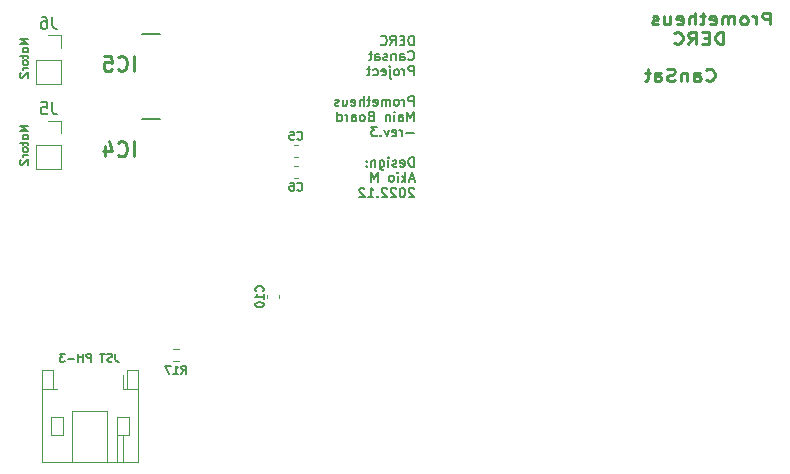
<source format=gbo>
%TF.GenerationSoftware,KiCad,Pcbnew,(6.0.4)*%
%TF.CreationDate,2022-12-06T01:10:28+09:00*%
%TF.ProjectId,prometheus-em,70726f6d-6574-4686-9575-732d656d2e6b,rev?*%
%TF.SameCoordinates,Original*%
%TF.FileFunction,Legend,Bot*%
%TF.FilePolarity,Positive*%
%FSLAX46Y46*%
G04 Gerber Fmt 4.6, Leading zero omitted, Abs format (unit mm)*
G04 Created by KiCad (PCBNEW (6.0.4)) date 2022-12-06 01:10:28*
%MOMM*%
%LPD*%
G01*
G04 APERTURE LIST*
%ADD10C,0.250000*%
%ADD11C,0.175000*%
%ADD12C,0.150000*%
%ADD13C,0.254000*%
%ADD14C,0.120000*%
%ADD15C,0.200000*%
G04 APERTURE END LIST*
D10*
X95171428Y-43357142D02*
X95228571Y-43404761D01*
X95400000Y-43452380D01*
X95514285Y-43452380D01*
X95685714Y-43404761D01*
X95800000Y-43309523D01*
X95857142Y-43214285D01*
X95914285Y-43023809D01*
X95914285Y-42880952D01*
X95857142Y-42690476D01*
X95800000Y-42595238D01*
X95685714Y-42500000D01*
X95514285Y-42452380D01*
X95400000Y-42452380D01*
X95228571Y-42500000D01*
X95171428Y-42547619D01*
X94142857Y-43452380D02*
X94142857Y-42928571D01*
X94200000Y-42833333D01*
X94314285Y-42785714D01*
X94542857Y-42785714D01*
X94657142Y-42833333D01*
X94142857Y-43404761D02*
X94257142Y-43452380D01*
X94542857Y-43452380D01*
X94657142Y-43404761D01*
X94714285Y-43309523D01*
X94714285Y-43214285D01*
X94657142Y-43119047D01*
X94542857Y-43071428D01*
X94257142Y-43071428D01*
X94142857Y-43023809D01*
X93571428Y-42785714D02*
X93571428Y-43452380D01*
X93571428Y-42880952D02*
X93514285Y-42833333D01*
X93400000Y-42785714D01*
X93228571Y-42785714D01*
X93114285Y-42833333D01*
X93057142Y-42928571D01*
X93057142Y-43452380D01*
X92542857Y-43404761D02*
X92371428Y-43452380D01*
X92085714Y-43452380D01*
X91971428Y-43404761D01*
X91914285Y-43357142D01*
X91857142Y-43261904D01*
X91857142Y-43166666D01*
X91914285Y-43071428D01*
X91971428Y-43023809D01*
X92085714Y-42976190D01*
X92314285Y-42928571D01*
X92428571Y-42880952D01*
X92485714Y-42833333D01*
X92542857Y-42738095D01*
X92542857Y-42642857D01*
X92485714Y-42547619D01*
X92428571Y-42500000D01*
X92314285Y-42452380D01*
X92028571Y-42452380D01*
X91857142Y-42500000D01*
X90828571Y-43452380D02*
X90828571Y-42928571D01*
X90885714Y-42833333D01*
X91000000Y-42785714D01*
X91228571Y-42785714D01*
X91342857Y-42833333D01*
X90828571Y-43404761D02*
X90942857Y-43452380D01*
X91228571Y-43452380D01*
X91342857Y-43404761D01*
X91400000Y-43309523D01*
X91400000Y-43214285D01*
X91342857Y-43119047D01*
X91228571Y-43071428D01*
X90942857Y-43071428D01*
X90828571Y-43023809D01*
X90428571Y-42785714D02*
X89971428Y-42785714D01*
X90257142Y-42452380D02*
X90257142Y-43309523D01*
X90200000Y-43404761D01*
X90085714Y-43452380D01*
X89971428Y-43452380D01*
D11*
X37781666Y-47278333D02*
X37081666Y-47278333D01*
X37581666Y-47511666D01*
X37081666Y-47745000D01*
X37781666Y-47745000D01*
X37781666Y-48178333D02*
X37748333Y-48111666D01*
X37715000Y-48078333D01*
X37648333Y-48045000D01*
X37448333Y-48045000D01*
X37381666Y-48078333D01*
X37348333Y-48111666D01*
X37315000Y-48178333D01*
X37315000Y-48278333D01*
X37348333Y-48345000D01*
X37381666Y-48378333D01*
X37448333Y-48411666D01*
X37648333Y-48411666D01*
X37715000Y-48378333D01*
X37748333Y-48345000D01*
X37781666Y-48278333D01*
X37781666Y-48178333D01*
X37315000Y-48611666D02*
X37315000Y-48878333D01*
X37081666Y-48711666D02*
X37681666Y-48711666D01*
X37748333Y-48745000D01*
X37781666Y-48811666D01*
X37781666Y-48878333D01*
X37781666Y-49211666D02*
X37748333Y-49145000D01*
X37715000Y-49111666D01*
X37648333Y-49078333D01*
X37448333Y-49078333D01*
X37381666Y-49111666D01*
X37348333Y-49145000D01*
X37315000Y-49211666D01*
X37315000Y-49311666D01*
X37348333Y-49378333D01*
X37381666Y-49411666D01*
X37448333Y-49445000D01*
X37648333Y-49445000D01*
X37715000Y-49411666D01*
X37748333Y-49378333D01*
X37781666Y-49311666D01*
X37781666Y-49211666D01*
X37781666Y-49745000D02*
X37315000Y-49745000D01*
X37448333Y-49745000D02*
X37381666Y-49778333D01*
X37348333Y-49811666D01*
X37315000Y-49878333D01*
X37315000Y-49945000D01*
X37148333Y-50145000D02*
X37115000Y-50178333D01*
X37081666Y-50245000D01*
X37081666Y-50411666D01*
X37115000Y-50478333D01*
X37148333Y-50511666D01*
X37215000Y-50545000D01*
X37281666Y-50545000D01*
X37381666Y-50511666D01*
X37781666Y-50111666D01*
X37781666Y-50545000D01*
D12*
X70412023Y-40421904D02*
X70412023Y-39621904D01*
X70221547Y-39621904D01*
X70107261Y-39660000D01*
X70031071Y-39736190D01*
X69992976Y-39812380D01*
X69954880Y-39964761D01*
X69954880Y-40079047D01*
X69992976Y-40231428D01*
X70031071Y-40307619D01*
X70107261Y-40383809D01*
X70221547Y-40421904D01*
X70412023Y-40421904D01*
X69612023Y-40002857D02*
X69345357Y-40002857D01*
X69231071Y-40421904D02*
X69612023Y-40421904D01*
X69612023Y-39621904D01*
X69231071Y-39621904D01*
X68431071Y-40421904D02*
X68697738Y-40040952D01*
X68888214Y-40421904D02*
X68888214Y-39621904D01*
X68583452Y-39621904D01*
X68507261Y-39660000D01*
X68469166Y-39698095D01*
X68431071Y-39774285D01*
X68431071Y-39888571D01*
X68469166Y-39964761D01*
X68507261Y-40002857D01*
X68583452Y-40040952D01*
X68888214Y-40040952D01*
X67631071Y-40345714D02*
X67669166Y-40383809D01*
X67783452Y-40421904D01*
X67859642Y-40421904D01*
X67973928Y-40383809D01*
X68050119Y-40307619D01*
X68088214Y-40231428D01*
X68126309Y-40079047D01*
X68126309Y-39964761D01*
X68088214Y-39812380D01*
X68050119Y-39736190D01*
X67973928Y-39660000D01*
X67859642Y-39621904D01*
X67783452Y-39621904D01*
X67669166Y-39660000D01*
X67631071Y-39698095D01*
X69954880Y-41633714D02*
X69992976Y-41671809D01*
X70107261Y-41709904D01*
X70183452Y-41709904D01*
X70297738Y-41671809D01*
X70373928Y-41595619D01*
X70412023Y-41519428D01*
X70450119Y-41367047D01*
X70450119Y-41252761D01*
X70412023Y-41100380D01*
X70373928Y-41024190D01*
X70297738Y-40948000D01*
X70183452Y-40909904D01*
X70107261Y-40909904D01*
X69992976Y-40948000D01*
X69954880Y-40986095D01*
X69269166Y-41709904D02*
X69269166Y-41290857D01*
X69307261Y-41214666D01*
X69383452Y-41176571D01*
X69535833Y-41176571D01*
X69612023Y-41214666D01*
X69269166Y-41671809D02*
X69345357Y-41709904D01*
X69535833Y-41709904D01*
X69612023Y-41671809D01*
X69650119Y-41595619D01*
X69650119Y-41519428D01*
X69612023Y-41443238D01*
X69535833Y-41405142D01*
X69345357Y-41405142D01*
X69269166Y-41367047D01*
X68888214Y-41176571D02*
X68888214Y-41709904D01*
X68888214Y-41252761D02*
X68850119Y-41214666D01*
X68773928Y-41176571D01*
X68659642Y-41176571D01*
X68583452Y-41214666D01*
X68545357Y-41290857D01*
X68545357Y-41709904D01*
X68202500Y-41671809D02*
X68126309Y-41709904D01*
X67973928Y-41709904D01*
X67897738Y-41671809D01*
X67859642Y-41595619D01*
X67859642Y-41557523D01*
X67897738Y-41481333D01*
X67973928Y-41443238D01*
X68088214Y-41443238D01*
X68164404Y-41405142D01*
X68202500Y-41328952D01*
X68202500Y-41290857D01*
X68164404Y-41214666D01*
X68088214Y-41176571D01*
X67973928Y-41176571D01*
X67897738Y-41214666D01*
X67173928Y-41709904D02*
X67173928Y-41290857D01*
X67212023Y-41214666D01*
X67288214Y-41176571D01*
X67440595Y-41176571D01*
X67516785Y-41214666D01*
X67173928Y-41671809D02*
X67250119Y-41709904D01*
X67440595Y-41709904D01*
X67516785Y-41671809D01*
X67554880Y-41595619D01*
X67554880Y-41519428D01*
X67516785Y-41443238D01*
X67440595Y-41405142D01*
X67250119Y-41405142D01*
X67173928Y-41367047D01*
X66907261Y-41176571D02*
X66602500Y-41176571D01*
X66792976Y-40909904D02*
X66792976Y-41595619D01*
X66754880Y-41671809D01*
X66678690Y-41709904D01*
X66602500Y-41709904D01*
X70412023Y-42997904D02*
X70412023Y-42197904D01*
X70107261Y-42197904D01*
X70031071Y-42236000D01*
X69992976Y-42274095D01*
X69954880Y-42350285D01*
X69954880Y-42464571D01*
X69992976Y-42540761D01*
X70031071Y-42578857D01*
X70107261Y-42616952D01*
X70412023Y-42616952D01*
X69612023Y-42997904D02*
X69612023Y-42464571D01*
X69612023Y-42616952D02*
X69573928Y-42540761D01*
X69535833Y-42502666D01*
X69459642Y-42464571D01*
X69383452Y-42464571D01*
X69002500Y-42997904D02*
X69078690Y-42959809D01*
X69116785Y-42921714D01*
X69154880Y-42845523D01*
X69154880Y-42616952D01*
X69116785Y-42540761D01*
X69078690Y-42502666D01*
X69002500Y-42464571D01*
X68888214Y-42464571D01*
X68812023Y-42502666D01*
X68773928Y-42540761D01*
X68735833Y-42616952D01*
X68735833Y-42845523D01*
X68773928Y-42921714D01*
X68812023Y-42959809D01*
X68888214Y-42997904D01*
X69002500Y-42997904D01*
X68392976Y-42464571D02*
X68392976Y-43150285D01*
X68431071Y-43226476D01*
X68507261Y-43264571D01*
X68545357Y-43264571D01*
X68392976Y-42197904D02*
X68431071Y-42236000D01*
X68392976Y-42274095D01*
X68354880Y-42236000D01*
X68392976Y-42197904D01*
X68392976Y-42274095D01*
X67707261Y-42959809D02*
X67783452Y-42997904D01*
X67935833Y-42997904D01*
X68012023Y-42959809D01*
X68050119Y-42883619D01*
X68050119Y-42578857D01*
X68012023Y-42502666D01*
X67935833Y-42464571D01*
X67783452Y-42464571D01*
X67707261Y-42502666D01*
X67669166Y-42578857D01*
X67669166Y-42655047D01*
X68050119Y-42731238D01*
X66983452Y-42959809D02*
X67059642Y-42997904D01*
X67212023Y-42997904D01*
X67288214Y-42959809D01*
X67326309Y-42921714D01*
X67364404Y-42845523D01*
X67364404Y-42616952D01*
X67326309Y-42540761D01*
X67288214Y-42502666D01*
X67212023Y-42464571D01*
X67059642Y-42464571D01*
X66983452Y-42502666D01*
X66754880Y-42464571D02*
X66450119Y-42464571D01*
X66640595Y-42197904D02*
X66640595Y-42883619D01*
X66602500Y-42959809D01*
X66526309Y-42997904D01*
X66450119Y-42997904D01*
X70412023Y-45573904D02*
X70412023Y-44773904D01*
X70107261Y-44773904D01*
X70031071Y-44812000D01*
X69992976Y-44850095D01*
X69954880Y-44926285D01*
X69954880Y-45040571D01*
X69992976Y-45116761D01*
X70031071Y-45154857D01*
X70107261Y-45192952D01*
X70412023Y-45192952D01*
X69612023Y-45573904D02*
X69612023Y-45040571D01*
X69612023Y-45192952D02*
X69573928Y-45116761D01*
X69535833Y-45078666D01*
X69459642Y-45040571D01*
X69383452Y-45040571D01*
X69002500Y-45573904D02*
X69078690Y-45535809D01*
X69116785Y-45497714D01*
X69154880Y-45421523D01*
X69154880Y-45192952D01*
X69116785Y-45116761D01*
X69078690Y-45078666D01*
X69002500Y-45040571D01*
X68888214Y-45040571D01*
X68812023Y-45078666D01*
X68773928Y-45116761D01*
X68735833Y-45192952D01*
X68735833Y-45421523D01*
X68773928Y-45497714D01*
X68812023Y-45535809D01*
X68888214Y-45573904D01*
X69002500Y-45573904D01*
X68392976Y-45573904D02*
X68392976Y-45040571D01*
X68392976Y-45116761D02*
X68354880Y-45078666D01*
X68278690Y-45040571D01*
X68164404Y-45040571D01*
X68088214Y-45078666D01*
X68050119Y-45154857D01*
X68050119Y-45573904D01*
X68050119Y-45154857D02*
X68012023Y-45078666D01*
X67935833Y-45040571D01*
X67821547Y-45040571D01*
X67745357Y-45078666D01*
X67707261Y-45154857D01*
X67707261Y-45573904D01*
X67021547Y-45535809D02*
X67097738Y-45573904D01*
X67250119Y-45573904D01*
X67326309Y-45535809D01*
X67364404Y-45459619D01*
X67364404Y-45154857D01*
X67326309Y-45078666D01*
X67250119Y-45040571D01*
X67097738Y-45040571D01*
X67021547Y-45078666D01*
X66983452Y-45154857D01*
X66983452Y-45231047D01*
X67364404Y-45307238D01*
X66754880Y-45040571D02*
X66450119Y-45040571D01*
X66640595Y-44773904D02*
X66640595Y-45459619D01*
X66602500Y-45535809D01*
X66526309Y-45573904D01*
X66450119Y-45573904D01*
X66183452Y-45573904D02*
X66183452Y-44773904D01*
X65840595Y-45573904D02*
X65840595Y-45154857D01*
X65878690Y-45078666D01*
X65954880Y-45040571D01*
X66069166Y-45040571D01*
X66145357Y-45078666D01*
X66183452Y-45116761D01*
X65154880Y-45535809D02*
X65231071Y-45573904D01*
X65383452Y-45573904D01*
X65459642Y-45535809D01*
X65497738Y-45459619D01*
X65497738Y-45154857D01*
X65459642Y-45078666D01*
X65383452Y-45040571D01*
X65231071Y-45040571D01*
X65154880Y-45078666D01*
X65116785Y-45154857D01*
X65116785Y-45231047D01*
X65497738Y-45307238D01*
X64431071Y-45040571D02*
X64431071Y-45573904D01*
X64773928Y-45040571D02*
X64773928Y-45459619D01*
X64735833Y-45535809D01*
X64659642Y-45573904D01*
X64545357Y-45573904D01*
X64469166Y-45535809D01*
X64431071Y-45497714D01*
X64088214Y-45535809D02*
X64012023Y-45573904D01*
X63859642Y-45573904D01*
X63783452Y-45535809D01*
X63745357Y-45459619D01*
X63745357Y-45421523D01*
X63783452Y-45345333D01*
X63859642Y-45307238D01*
X63973928Y-45307238D01*
X64050119Y-45269142D01*
X64088214Y-45192952D01*
X64088214Y-45154857D01*
X64050119Y-45078666D01*
X63973928Y-45040571D01*
X63859642Y-45040571D01*
X63783452Y-45078666D01*
X70412023Y-46861904D02*
X70412023Y-46061904D01*
X70145357Y-46633333D01*
X69878690Y-46061904D01*
X69878690Y-46861904D01*
X69154880Y-46861904D02*
X69154880Y-46442857D01*
X69192976Y-46366666D01*
X69269166Y-46328571D01*
X69421547Y-46328571D01*
X69497738Y-46366666D01*
X69154880Y-46823809D02*
X69231071Y-46861904D01*
X69421547Y-46861904D01*
X69497738Y-46823809D01*
X69535833Y-46747619D01*
X69535833Y-46671428D01*
X69497738Y-46595238D01*
X69421547Y-46557142D01*
X69231071Y-46557142D01*
X69154880Y-46519047D01*
X68773928Y-46861904D02*
X68773928Y-46328571D01*
X68773928Y-46061904D02*
X68812023Y-46100000D01*
X68773928Y-46138095D01*
X68735833Y-46100000D01*
X68773928Y-46061904D01*
X68773928Y-46138095D01*
X68392976Y-46328571D02*
X68392976Y-46861904D01*
X68392976Y-46404761D02*
X68354880Y-46366666D01*
X68278690Y-46328571D01*
X68164404Y-46328571D01*
X68088214Y-46366666D01*
X68050119Y-46442857D01*
X68050119Y-46861904D01*
X66792976Y-46442857D02*
X66678690Y-46480952D01*
X66640595Y-46519047D01*
X66602500Y-46595238D01*
X66602500Y-46709523D01*
X66640595Y-46785714D01*
X66678690Y-46823809D01*
X66754880Y-46861904D01*
X67059642Y-46861904D01*
X67059642Y-46061904D01*
X66792976Y-46061904D01*
X66716785Y-46100000D01*
X66678690Y-46138095D01*
X66640595Y-46214285D01*
X66640595Y-46290476D01*
X66678690Y-46366666D01*
X66716785Y-46404761D01*
X66792976Y-46442857D01*
X67059642Y-46442857D01*
X66145357Y-46861904D02*
X66221547Y-46823809D01*
X66259642Y-46785714D01*
X66297738Y-46709523D01*
X66297738Y-46480952D01*
X66259642Y-46404761D01*
X66221547Y-46366666D01*
X66145357Y-46328571D01*
X66031071Y-46328571D01*
X65954880Y-46366666D01*
X65916785Y-46404761D01*
X65878690Y-46480952D01*
X65878690Y-46709523D01*
X65916785Y-46785714D01*
X65954880Y-46823809D01*
X66031071Y-46861904D01*
X66145357Y-46861904D01*
X65192976Y-46861904D02*
X65192976Y-46442857D01*
X65231071Y-46366666D01*
X65307261Y-46328571D01*
X65459642Y-46328571D01*
X65535833Y-46366666D01*
X65192976Y-46823809D02*
X65269166Y-46861904D01*
X65459642Y-46861904D01*
X65535833Y-46823809D01*
X65573928Y-46747619D01*
X65573928Y-46671428D01*
X65535833Y-46595238D01*
X65459642Y-46557142D01*
X65269166Y-46557142D01*
X65192976Y-46519047D01*
X64812023Y-46861904D02*
X64812023Y-46328571D01*
X64812023Y-46480952D02*
X64773928Y-46404761D01*
X64735833Y-46366666D01*
X64659642Y-46328571D01*
X64583452Y-46328571D01*
X63973928Y-46861904D02*
X63973928Y-46061904D01*
X63973928Y-46823809D02*
X64050119Y-46861904D01*
X64202500Y-46861904D01*
X64278690Y-46823809D01*
X64316785Y-46785714D01*
X64354880Y-46709523D01*
X64354880Y-46480952D01*
X64316785Y-46404761D01*
X64278690Y-46366666D01*
X64202500Y-46328571D01*
X64050119Y-46328571D01*
X63973928Y-46366666D01*
X70412023Y-47845142D02*
X69802500Y-47845142D01*
X69421547Y-48149904D02*
X69421547Y-47616571D01*
X69421547Y-47768952D02*
X69383452Y-47692761D01*
X69345357Y-47654666D01*
X69269166Y-47616571D01*
X69192976Y-47616571D01*
X68621547Y-48111809D02*
X68697738Y-48149904D01*
X68850119Y-48149904D01*
X68926309Y-48111809D01*
X68964404Y-48035619D01*
X68964404Y-47730857D01*
X68926309Y-47654666D01*
X68850119Y-47616571D01*
X68697738Y-47616571D01*
X68621547Y-47654666D01*
X68583452Y-47730857D01*
X68583452Y-47807047D01*
X68964404Y-47883238D01*
X68316785Y-47616571D02*
X68126309Y-48149904D01*
X67935833Y-47616571D01*
X67631071Y-48073714D02*
X67592976Y-48111809D01*
X67631071Y-48149904D01*
X67669166Y-48111809D01*
X67631071Y-48073714D01*
X67631071Y-48149904D01*
X67326309Y-47349904D02*
X66831071Y-47349904D01*
X67097738Y-47654666D01*
X66983452Y-47654666D01*
X66907261Y-47692761D01*
X66869166Y-47730857D01*
X66831071Y-47807047D01*
X66831071Y-47997523D01*
X66869166Y-48073714D01*
X66907261Y-48111809D01*
X66983452Y-48149904D01*
X67212023Y-48149904D01*
X67288214Y-48111809D01*
X67326309Y-48073714D01*
X70412023Y-50725904D02*
X70412023Y-49925904D01*
X70221547Y-49925904D01*
X70107261Y-49964000D01*
X70031071Y-50040190D01*
X69992976Y-50116380D01*
X69954880Y-50268761D01*
X69954880Y-50383047D01*
X69992976Y-50535428D01*
X70031071Y-50611619D01*
X70107261Y-50687809D01*
X70221547Y-50725904D01*
X70412023Y-50725904D01*
X69307261Y-50687809D02*
X69383452Y-50725904D01*
X69535833Y-50725904D01*
X69612023Y-50687809D01*
X69650119Y-50611619D01*
X69650119Y-50306857D01*
X69612023Y-50230666D01*
X69535833Y-50192571D01*
X69383452Y-50192571D01*
X69307261Y-50230666D01*
X69269166Y-50306857D01*
X69269166Y-50383047D01*
X69650119Y-50459238D01*
X68964404Y-50687809D02*
X68888214Y-50725904D01*
X68735833Y-50725904D01*
X68659642Y-50687809D01*
X68621547Y-50611619D01*
X68621547Y-50573523D01*
X68659642Y-50497333D01*
X68735833Y-50459238D01*
X68850119Y-50459238D01*
X68926309Y-50421142D01*
X68964404Y-50344952D01*
X68964404Y-50306857D01*
X68926309Y-50230666D01*
X68850119Y-50192571D01*
X68735833Y-50192571D01*
X68659642Y-50230666D01*
X68278690Y-50725904D02*
X68278690Y-50192571D01*
X68278690Y-49925904D02*
X68316785Y-49964000D01*
X68278690Y-50002095D01*
X68240595Y-49964000D01*
X68278690Y-49925904D01*
X68278690Y-50002095D01*
X67554880Y-50192571D02*
X67554880Y-50840190D01*
X67592976Y-50916380D01*
X67631071Y-50954476D01*
X67707261Y-50992571D01*
X67821547Y-50992571D01*
X67897738Y-50954476D01*
X67554880Y-50687809D02*
X67631071Y-50725904D01*
X67783452Y-50725904D01*
X67859642Y-50687809D01*
X67897738Y-50649714D01*
X67935833Y-50573523D01*
X67935833Y-50344952D01*
X67897738Y-50268761D01*
X67859642Y-50230666D01*
X67783452Y-50192571D01*
X67631071Y-50192571D01*
X67554880Y-50230666D01*
X67173928Y-50192571D02*
X67173928Y-50725904D01*
X67173928Y-50268761D02*
X67135833Y-50230666D01*
X67059642Y-50192571D01*
X66945357Y-50192571D01*
X66869166Y-50230666D01*
X66831071Y-50306857D01*
X66831071Y-50725904D01*
X66450119Y-50649714D02*
X66412023Y-50687809D01*
X66450119Y-50725904D01*
X66488214Y-50687809D01*
X66450119Y-50649714D01*
X66450119Y-50725904D01*
X66450119Y-50230666D02*
X66412023Y-50268761D01*
X66450119Y-50306857D01*
X66488214Y-50268761D01*
X66450119Y-50230666D01*
X66450119Y-50306857D01*
X70450119Y-51785333D02*
X70069166Y-51785333D01*
X70526309Y-52013904D02*
X70259642Y-51213904D01*
X69992976Y-52013904D01*
X69726309Y-52013904D02*
X69726309Y-51213904D01*
X69650119Y-51709142D02*
X69421547Y-52013904D01*
X69421547Y-51480571D02*
X69726309Y-51785333D01*
X69078690Y-52013904D02*
X69078690Y-51480571D01*
X69078690Y-51213904D02*
X69116785Y-51252000D01*
X69078690Y-51290095D01*
X69040595Y-51252000D01*
X69078690Y-51213904D01*
X69078690Y-51290095D01*
X68583452Y-52013904D02*
X68659642Y-51975809D01*
X68697738Y-51937714D01*
X68735833Y-51861523D01*
X68735833Y-51632952D01*
X68697738Y-51556761D01*
X68659642Y-51518666D01*
X68583452Y-51480571D01*
X68469166Y-51480571D01*
X68392976Y-51518666D01*
X68354880Y-51556761D01*
X68316785Y-51632952D01*
X68316785Y-51861523D01*
X68354880Y-51937714D01*
X68392976Y-51975809D01*
X68469166Y-52013904D01*
X68583452Y-52013904D01*
X67364404Y-52013904D02*
X67364404Y-51213904D01*
X67097738Y-51785333D01*
X66831071Y-51213904D01*
X66831071Y-52013904D01*
X70450119Y-52578095D02*
X70412023Y-52540000D01*
X70335833Y-52501904D01*
X70145357Y-52501904D01*
X70069166Y-52540000D01*
X70031071Y-52578095D01*
X69992976Y-52654285D01*
X69992976Y-52730476D01*
X70031071Y-52844761D01*
X70488214Y-53301904D01*
X69992976Y-53301904D01*
X69497738Y-52501904D02*
X69421547Y-52501904D01*
X69345357Y-52540000D01*
X69307261Y-52578095D01*
X69269166Y-52654285D01*
X69231071Y-52806666D01*
X69231071Y-52997142D01*
X69269166Y-53149523D01*
X69307261Y-53225714D01*
X69345357Y-53263809D01*
X69421547Y-53301904D01*
X69497738Y-53301904D01*
X69573928Y-53263809D01*
X69612023Y-53225714D01*
X69650119Y-53149523D01*
X69688214Y-52997142D01*
X69688214Y-52806666D01*
X69650119Y-52654285D01*
X69612023Y-52578095D01*
X69573928Y-52540000D01*
X69497738Y-52501904D01*
X68926309Y-52578095D02*
X68888214Y-52540000D01*
X68812023Y-52501904D01*
X68621547Y-52501904D01*
X68545357Y-52540000D01*
X68507261Y-52578095D01*
X68469166Y-52654285D01*
X68469166Y-52730476D01*
X68507261Y-52844761D01*
X68964404Y-53301904D01*
X68469166Y-53301904D01*
X68164404Y-52578095D02*
X68126309Y-52540000D01*
X68050119Y-52501904D01*
X67859642Y-52501904D01*
X67783452Y-52540000D01*
X67745357Y-52578095D01*
X67707261Y-52654285D01*
X67707261Y-52730476D01*
X67745357Y-52844761D01*
X68202500Y-53301904D01*
X67707261Y-53301904D01*
X67364404Y-53225714D02*
X67326309Y-53263809D01*
X67364404Y-53301904D01*
X67402500Y-53263809D01*
X67364404Y-53225714D01*
X67364404Y-53301904D01*
X66564404Y-53301904D02*
X67021547Y-53301904D01*
X66792976Y-53301904D02*
X66792976Y-52501904D01*
X66869166Y-52616190D01*
X66945357Y-52692380D01*
X67021547Y-52730476D01*
X66259642Y-52578095D02*
X66221547Y-52540000D01*
X66145357Y-52501904D01*
X65954880Y-52501904D01*
X65878690Y-52540000D01*
X65840595Y-52578095D01*
X65802500Y-52654285D01*
X65802500Y-52730476D01*
X65840595Y-52844761D01*
X66297738Y-53301904D01*
X65802500Y-53301904D01*
D10*
X100602428Y-38679380D02*
X100602428Y-37679380D01*
X100145285Y-37679380D01*
X100031000Y-37727000D01*
X99973857Y-37774619D01*
X99916714Y-37869857D01*
X99916714Y-38012714D01*
X99973857Y-38107952D01*
X100031000Y-38155571D01*
X100145285Y-38203190D01*
X100602428Y-38203190D01*
X99402428Y-38679380D02*
X99402428Y-38012714D01*
X99402428Y-38203190D02*
X99345285Y-38107952D01*
X99288142Y-38060333D01*
X99173857Y-38012714D01*
X99059571Y-38012714D01*
X98488142Y-38679380D02*
X98602428Y-38631761D01*
X98659571Y-38584142D01*
X98716714Y-38488904D01*
X98716714Y-38203190D01*
X98659571Y-38107952D01*
X98602428Y-38060333D01*
X98488142Y-38012714D01*
X98316714Y-38012714D01*
X98202428Y-38060333D01*
X98145285Y-38107952D01*
X98088142Y-38203190D01*
X98088142Y-38488904D01*
X98145285Y-38584142D01*
X98202428Y-38631761D01*
X98316714Y-38679380D01*
X98488142Y-38679380D01*
X97573857Y-38679380D02*
X97573857Y-38012714D01*
X97573857Y-38107952D02*
X97516714Y-38060333D01*
X97402428Y-38012714D01*
X97231000Y-38012714D01*
X97116714Y-38060333D01*
X97059571Y-38155571D01*
X97059571Y-38679380D01*
X97059571Y-38155571D02*
X97002428Y-38060333D01*
X96888142Y-38012714D01*
X96716714Y-38012714D01*
X96602428Y-38060333D01*
X96545285Y-38155571D01*
X96545285Y-38679380D01*
X95516714Y-38631761D02*
X95631000Y-38679380D01*
X95859571Y-38679380D01*
X95973857Y-38631761D01*
X96031000Y-38536523D01*
X96031000Y-38155571D01*
X95973857Y-38060333D01*
X95859571Y-38012714D01*
X95631000Y-38012714D01*
X95516714Y-38060333D01*
X95459571Y-38155571D01*
X95459571Y-38250809D01*
X96031000Y-38346047D01*
X95116714Y-38012714D02*
X94659571Y-38012714D01*
X94945285Y-37679380D02*
X94945285Y-38536523D01*
X94888142Y-38631761D01*
X94773857Y-38679380D01*
X94659571Y-38679380D01*
X94259571Y-38679380D02*
X94259571Y-37679380D01*
X93745285Y-38679380D02*
X93745285Y-38155571D01*
X93802428Y-38060333D01*
X93916714Y-38012714D01*
X94088142Y-38012714D01*
X94202428Y-38060333D01*
X94259571Y-38107952D01*
X92716714Y-38631761D02*
X92831000Y-38679380D01*
X93059571Y-38679380D01*
X93173857Y-38631761D01*
X93231000Y-38536523D01*
X93231000Y-38155571D01*
X93173857Y-38060333D01*
X93059571Y-38012714D01*
X92831000Y-38012714D01*
X92716714Y-38060333D01*
X92659571Y-38155571D01*
X92659571Y-38250809D01*
X93231000Y-38346047D01*
X91631000Y-38012714D02*
X91631000Y-38679380D01*
X92145285Y-38012714D02*
X92145285Y-38536523D01*
X92088142Y-38631761D01*
X91973857Y-38679380D01*
X91802428Y-38679380D01*
X91688142Y-38631761D01*
X91631000Y-38584142D01*
X91116714Y-38631761D02*
X91002428Y-38679380D01*
X90773857Y-38679380D01*
X90659571Y-38631761D01*
X90602428Y-38536523D01*
X90602428Y-38488904D01*
X90659571Y-38393666D01*
X90773857Y-38346047D01*
X90945285Y-38346047D01*
X91059571Y-38298428D01*
X91116714Y-38203190D01*
X91116714Y-38155571D01*
X91059571Y-38060333D01*
X90945285Y-38012714D01*
X90773857Y-38012714D01*
X90659571Y-38060333D01*
D12*
X45176000Y-66545666D02*
X45176000Y-67045666D01*
X45209333Y-67145666D01*
X45276000Y-67212333D01*
X45376000Y-67245666D01*
X45442666Y-67245666D01*
X44876000Y-67212333D02*
X44776000Y-67245666D01*
X44609333Y-67245666D01*
X44542666Y-67212333D01*
X44509333Y-67179000D01*
X44476000Y-67112333D01*
X44476000Y-67045666D01*
X44509333Y-66979000D01*
X44542666Y-66945666D01*
X44609333Y-66912333D01*
X44742666Y-66879000D01*
X44809333Y-66845666D01*
X44842666Y-66812333D01*
X44876000Y-66745666D01*
X44876000Y-66679000D01*
X44842666Y-66612333D01*
X44809333Y-66579000D01*
X44742666Y-66545666D01*
X44576000Y-66545666D01*
X44476000Y-66579000D01*
X44276000Y-66545666D02*
X43876000Y-66545666D01*
X44076000Y-67245666D02*
X44076000Y-66545666D01*
X43109333Y-67245666D02*
X43109333Y-66545666D01*
X42842666Y-66545666D01*
X42776000Y-66579000D01*
X42742666Y-66612333D01*
X42709333Y-66679000D01*
X42709333Y-66779000D01*
X42742666Y-66845666D01*
X42776000Y-66879000D01*
X42842666Y-66912333D01*
X43109333Y-66912333D01*
X42409333Y-67245666D02*
X42409333Y-66545666D01*
X42409333Y-66879000D02*
X42009333Y-66879000D01*
X42009333Y-67245666D02*
X42009333Y-66545666D01*
X41676000Y-66979000D02*
X41142666Y-66979000D01*
X40876000Y-66545666D02*
X40442666Y-66545666D01*
X40676000Y-66812333D01*
X40576000Y-66812333D01*
X40509333Y-66845666D01*
X40476000Y-66879000D01*
X40442666Y-66945666D01*
X40442666Y-67112333D01*
X40476000Y-67179000D01*
X40509333Y-67212333D01*
X40576000Y-67245666D01*
X40776000Y-67245666D01*
X40842666Y-67212333D01*
X40876000Y-67179000D01*
D10*
X96638142Y-40329380D02*
X96638142Y-39329380D01*
X96352428Y-39329380D01*
X96181000Y-39377000D01*
X96066714Y-39472238D01*
X96009571Y-39567476D01*
X95952428Y-39757952D01*
X95952428Y-39900809D01*
X96009571Y-40091285D01*
X96066714Y-40186523D01*
X96181000Y-40281761D01*
X96352428Y-40329380D01*
X96638142Y-40329380D01*
X95438142Y-39805571D02*
X95038142Y-39805571D01*
X94866714Y-40329380D02*
X95438142Y-40329380D01*
X95438142Y-39329380D01*
X94866714Y-39329380D01*
X93666714Y-40329380D02*
X94066714Y-39853190D01*
X94352428Y-40329380D02*
X94352428Y-39329380D01*
X93895285Y-39329380D01*
X93781000Y-39377000D01*
X93723857Y-39424619D01*
X93666714Y-39519857D01*
X93666714Y-39662714D01*
X93723857Y-39757952D01*
X93781000Y-39805571D01*
X93895285Y-39853190D01*
X94352428Y-39853190D01*
X92466714Y-40234142D02*
X92523857Y-40281761D01*
X92695285Y-40329380D01*
X92809571Y-40329380D01*
X92981000Y-40281761D01*
X93095285Y-40186523D01*
X93152428Y-40091285D01*
X93209571Y-39900809D01*
X93209571Y-39757952D01*
X93152428Y-39567476D01*
X93095285Y-39472238D01*
X92981000Y-39377000D01*
X92809571Y-39329380D01*
X92695285Y-39329380D01*
X92523857Y-39377000D01*
X92466714Y-39424619D01*
D11*
X37781666Y-39912333D02*
X37081666Y-39912333D01*
X37581666Y-40145666D01*
X37081666Y-40379000D01*
X37781666Y-40379000D01*
X37781666Y-40812333D02*
X37748333Y-40745666D01*
X37715000Y-40712333D01*
X37648333Y-40679000D01*
X37448333Y-40679000D01*
X37381666Y-40712333D01*
X37348333Y-40745666D01*
X37315000Y-40812333D01*
X37315000Y-40912333D01*
X37348333Y-40979000D01*
X37381666Y-41012333D01*
X37448333Y-41045666D01*
X37648333Y-41045666D01*
X37715000Y-41012333D01*
X37748333Y-40979000D01*
X37781666Y-40912333D01*
X37781666Y-40812333D01*
X37315000Y-41245666D02*
X37315000Y-41512333D01*
X37081666Y-41345666D02*
X37681666Y-41345666D01*
X37748333Y-41379000D01*
X37781666Y-41445666D01*
X37781666Y-41512333D01*
X37781666Y-41845666D02*
X37748333Y-41779000D01*
X37715000Y-41745666D01*
X37648333Y-41712333D01*
X37448333Y-41712333D01*
X37381666Y-41745666D01*
X37348333Y-41779000D01*
X37315000Y-41845666D01*
X37315000Y-41945666D01*
X37348333Y-42012333D01*
X37381666Y-42045666D01*
X37448333Y-42079000D01*
X37648333Y-42079000D01*
X37715000Y-42045666D01*
X37748333Y-42012333D01*
X37781666Y-41945666D01*
X37781666Y-41845666D01*
X37781666Y-42379000D02*
X37315000Y-42379000D01*
X37448333Y-42379000D02*
X37381666Y-42412333D01*
X37348333Y-42445666D01*
X37315000Y-42512333D01*
X37315000Y-42579000D01*
X37148333Y-42779000D02*
X37115000Y-42812333D01*
X37081666Y-42879000D01*
X37081666Y-43045666D01*
X37115000Y-43112333D01*
X37148333Y-43145666D01*
X37215000Y-43179000D01*
X37281666Y-43179000D01*
X37381666Y-43145666D01*
X37781666Y-42745666D01*
X37781666Y-43179000D01*
D12*
%TO.C,C10*%
X57654000Y-61272000D02*
X57687333Y-61238666D01*
X57720666Y-61138666D01*
X57720666Y-61072000D01*
X57687333Y-60972000D01*
X57620666Y-60905333D01*
X57554000Y-60872000D01*
X57420666Y-60838666D01*
X57320666Y-60838666D01*
X57187333Y-60872000D01*
X57120666Y-60905333D01*
X57054000Y-60972000D01*
X57020666Y-61072000D01*
X57020666Y-61138666D01*
X57054000Y-61238666D01*
X57087333Y-61272000D01*
X57720666Y-61938666D02*
X57720666Y-61538666D01*
X57720666Y-61738666D02*
X57020666Y-61738666D01*
X57120666Y-61672000D01*
X57187333Y-61605333D01*
X57220666Y-61538666D01*
X57020666Y-62372000D02*
X57020666Y-62438666D01*
X57054000Y-62505333D01*
X57087333Y-62538666D01*
X57154000Y-62572000D01*
X57287333Y-62605333D01*
X57454000Y-62605333D01*
X57587333Y-62572000D01*
X57654000Y-62538666D01*
X57687333Y-62505333D01*
X57720666Y-62438666D01*
X57720666Y-62372000D01*
X57687333Y-62305333D01*
X57654000Y-62272000D01*
X57587333Y-62238666D01*
X57454000Y-62205333D01*
X57287333Y-62205333D01*
X57154000Y-62238666D01*
X57087333Y-62272000D01*
X57054000Y-62305333D01*
X57020666Y-62372000D01*
%TO.C,J5*%
X39830333Y-45287380D02*
X39830333Y-46001666D01*
X39877952Y-46144523D01*
X39973190Y-46239761D01*
X40116047Y-46287380D01*
X40211285Y-46287380D01*
X38877952Y-45287380D02*
X39354142Y-45287380D01*
X39401761Y-45763571D01*
X39354142Y-45715952D01*
X39258904Y-45668333D01*
X39020809Y-45668333D01*
X38925571Y-45715952D01*
X38877952Y-45763571D01*
X38830333Y-45858809D01*
X38830333Y-46096904D01*
X38877952Y-46192142D01*
X38925571Y-46239761D01*
X39020809Y-46287380D01*
X39258904Y-46287380D01*
X39354142Y-46239761D01*
X39401761Y-46192142D01*
%TO.C,C6*%
X60568666Y-52701000D02*
X60602000Y-52734333D01*
X60702000Y-52767666D01*
X60768666Y-52767666D01*
X60868666Y-52734333D01*
X60935333Y-52667666D01*
X60968666Y-52601000D01*
X61002000Y-52467666D01*
X61002000Y-52367666D01*
X60968666Y-52234333D01*
X60935333Y-52167666D01*
X60868666Y-52101000D01*
X60768666Y-52067666D01*
X60702000Y-52067666D01*
X60602000Y-52101000D01*
X60568666Y-52134333D01*
X59968666Y-52067666D02*
X60102000Y-52067666D01*
X60168666Y-52101000D01*
X60202000Y-52134333D01*
X60268666Y-52234333D01*
X60302000Y-52367666D01*
X60302000Y-52634333D01*
X60268666Y-52701000D01*
X60235333Y-52734333D01*
X60168666Y-52767666D01*
X60035333Y-52767666D01*
X59968666Y-52734333D01*
X59935333Y-52701000D01*
X59902000Y-52634333D01*
X59902000Y-52467666D01*
X59935333Y-52401000D01*
X59968666Y-52367666D01*
X60035333Y-52334333D01*
X60168666Y-52334333D01*
X60235333Y-52367666D01*
X60268666Y-52401000D01*
X60302000Y-52467666D01*
%TO.C,R17*%
X50742000Y-68261666D02*
X50975333Y-67928333D01*
X51142000Y-68261666D02*
X51142000Y-67561666D01*
X50875333Y-67561666D01*
X50808666Y-67595000D01*
X50775333Y-67628333D01*
X50742000Y-67695000D01*
X50742000Y-67795000D01*
X50775333Y-67861666D01*
X50808666Y-67895000D01*
X50875333Y-67928333D01*
X51142000Y-67928333D01*
X50075333Y-68261666D02*
X50475333Y-68261666D01*
X50275333Y-68261666D02*
X50275333Y-67561666D01*
X50342000Y-67661666D01*
X50408666Y-67728333D01*
X50475333Y-67761666D01*
X49842000Y-67561666D02*
X49375333Y-67561666D01*
X49675333Y-68261666D01*
D13*
%TO.C,IC4*%
X46705761Y-49850523D02*
X46705761Y-48580523D01*
X45375285Y-49729571D02*
X45435761Y-49790047D01*
X45617190Y-49850523D01*
X45738142Y-49850523D01*
X45919571Y-49790047D01*
X46040523Y-49669095D01*
X46101000Y-49548142D01*
X46161476Y-49306238D01*
X46161476Y-49124809D01*
X46101000Y-48882904D01*
X46040523Y-48761952D01*
X45919571Y-48641000D01*
X45738142Y-48580523D01*
X45617190Y-48580523D01*
X45435761Y-48641000D01*
X45375285Y-48701476D01*
X44286714Y-49003857D02*
X44286714Y-49850523D01*
X44589095Y-48520047D02*
X44891476Y-49427190D01*
X44105285Y-49427190D01*
D12*
%TO.C,C5*%
X60568666Y-48383000D02*
X60602000Y-48416333D01*
X60702000Y-48449666D01*
X60768666Y-48449666D01*
X60868666Y-48416333D01*
X60935333Y-48349666D01*
X60968666Y-48283000D01*
X61002000Y-48149666D01*
X61002000Y-48049666D01*
X60968666Y-47916333D01*
X60935333Y-47849666D01*
X60868666Y-47783000D01*
X60768666Y-47749666D01*
X60702000Y-47749666D01*
X60602000Y-47783000D01*
X60568666Y-47816333D01*
X59935333Y-47749666D02*
X60268666Y-47749666D01*
X60302000Y-48083000D01*
X60268666Y-48049666D01*
X60202000Y-48016333D01*
X60035333Y-48016333D01*
X59968666Y-48049666D01*
X59935333Y-48083000D01*
X59902000Y-48149666D01*
X59902000Y-48316333D01*
X59935333Y-48383000D01*
X59968666Y-48416333D01*
X60035333Y-48449666D01*
X60202000Y-48449666D01*
X60268666Y-48416333D01*
X60302000Y-48383000D01*
D13*
%TO.C,IC5*%
X46705761Y-42611523D02*
X46705761Y-41341523D01*
X45375285Y-42490571D02*
X45435761Y-42551047D01*
X45617190Y-42611523D01*
X45738142Y-42611523D01*
X45919571Y-42551047D01*
X46040523Y-42430095D01*
X46101000Y-42309142D01*
X46161476Y-42067238D01*
X46161476Y-41885809D01*
X46101000Y-41643904D01*
X46040523Y-41522952D01*
X45919571Y-41402000D01*
X45738142Y-41341523D01*
X45617190Y-41341523D01*
X45435761Y-41402000D01*
X45375285Y-41462476D01*
X44226238Y-41341523D02*
X44831000Y-41341523D01*
X44891476Y-41946285D01*
X44831000Y-41885809D01*
X44710047Y-41825333D01*
X44407666Y-41825333D01*
X44286714Y-41885809D01*
X44226238Y-41946285D01*
X44165761Y-42067238D01*
X44165761Y-42369619D01*
X44226238Y-42490571D01*
X44286714Y-42551047D01*
X44407666Y-42611523D01*
X44710047Y-42611523D01*
X44831000Y-42551047D01*
X44891476Y-42490571D01*
D12*
%TO.C,J6*%
X39830333Y-38048380D02*
X39830333Y-38762666D01*
X39877952Y-38905523D01*
X39973190Y-39000761D01*
X40116047Y-39048380D01*
X40211285Y-39048380D01*
X38925571Y-38048380D02*
X39116047Y-38048380D01*
X39211285Y-38096000D01*
X39258904Y-38143619D01*
X39354142Y-38286476D01*
X39401761Y-38476952D01*
X39401761Y-38857904D01*
X39354142Y-38953142D01*
X39306523Y-39000761D01*
X39211285Y-39048380D01*
X39020809Y-39048380D01*
X38925571Y-39000761D01*
X38877952Y-38953142D01*
X38830333Y-38857904D01*
X38830333Y-38619809D01*
X38877952Y-38524571D01*
X38925571Y-38476952D01*
X39020809Y-38429333D01*
X39211285Y-38429333D01*
X39306523Y-38476952D01*
X39354142Y-38524571D01*
X39401761Y-38619809D01*
D14*
%TO.C,C10*%
X58037000Y-61594420D02*
X58037000Y-61875580D01*
X59057000Y-61594420D02*
X59057000Y-61875580D01*
%TO.C,J5*%
X40557000Y-48895000D02*
X40557000Y-50955000D01*
X38437000Y-48895000D02*
X38437000Y-50955000D01*
X40557000Y-48895000D02*
X38437000Y-48895000D01*
X40557000Y-50955000D02*
X38437000Y-50955000D01*
X40557000Y-46835000D02*
X39497000Y-46835000D01*
X40557000Y-47895000D02*
X40557000Y-46835000D01*
%TO.C,J7*%
X40700000Y-71881200D02*
X39700000Y-71881200D01*
X46300000Y-71881200D02*
X46300000Y-73481200D01*
X47050000Y-75731200D02*
X38950000Y-75731200D01*
X39700000Y-71881200D02*
X39700000Y-73481200D01*
X44500000Y-75731200D02*
X44500000Y-71381200D01*
X45300000Y-73481200D02*
X45300000Y-75731200D01*
X45800000Y-69531200D02*
X46150000Y-69531200D01*
X46150000Y-69531200D02*
X46150000Y-67931200D01*
X41500000Y-71381200D02*
X41500000Y-75731200D01*
X38950000Y-75731200D02*
X38950000Y-67931200D01*
X45300000Y-73481200D02*
X45300000Y-71881200D01*
X46300000Y-73481200D02*
X45300000Y-73481200D01*
X39850000Y-67931200D02*
X39850000Y-69531200D01*
X38950000Y-67931200D02*
X39850000Y-67931200D01*
X39850000Y-69531200D02*
X40200000Y-69531200D01*
X39700000Y-73481200D02*
X40700000Y-73481200D01*
X45800000Y-69531200D02*
X45800000Y-68331200D01*
X47050000Y-67931200D02*
X47050000Y-75731200D01*
X38950000Y-69531200D02*
X39850000Y-69531200D01*
X40700000Y-73481200D02*
X40700000Y-71881200D01*
X45300000Y-71881200D02*
X46300000Y-71881200D01*
X44500000Y-71381200D02*
X41500000Y-71381200D01*
X46150000Y-67931200D02*
X47050000Y-67931200D01*
X47050000Y-69531200D02*
X46150000Y-69531200D01*
X45800000Y-73481200D02*
X45800000Y-75731200D01*
%TO.C,C6*%
X60592580Y-51691000D02*
X60311420Y-51691000D01*
X60592580Y-50671000D02*
X60311420Y-50671000D01*
%TO.C,R17*%
X50054742Y-66152500D02*
X50529258Y-66152500D01*
X50054742Y-67197500D02*
X50529258Y-67197500D01*
D15*
%TO.C,IC4*%
X48941000Y-46696000D02*
X47416000Y-46696000D01*
D14*
%TO.C,C5*%
X60592580Y-49913000D02*
X60311420Y-49913000D01*
X60592580Y-48893000D02*
X60311420Y-48893000D01*
D15*
%TO.C,IC5*%
X48941000Y-39457000D02*
X47416000Y-39457000D01*
D14*
%TO.C,J6*%
X40557000Y-41656000D02*
X38437000Y-41656000D01*
X40557000Y-41656000D02*
X40557000Y-43716000D01*
X40557000Y-43716000D02*
X38437000Y-43716000D01*
X40557000Y-40656000D02*
X40557000Y-39596000D01*
X38437000Y-41656000D02*
X38437000Y-43716000D01*
X40557000Y-39596000D02*
X39497000Y-39596000D01*
%TD*%
M02*

</source>
